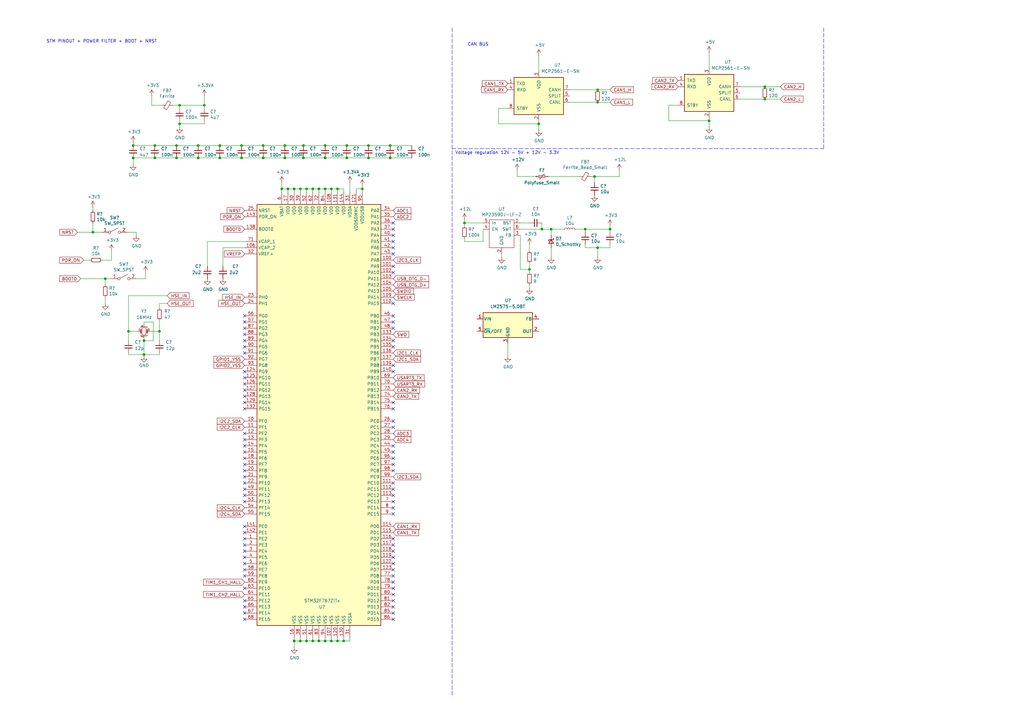
<source format=kicad_sch>
(kicad_sch (version 20211123) (generator eeschema)
  (paper "A3")
  (title_block (title "PGR TELEMETRY PRIME") (date "2022-01-15") (rev "V1.0") (company "Patryk Czapran"))
  (lib_symbols
    (symbol "Device:C_Small" (pin_numbers hide) (pin_names (offset 0.254) hide)
      (property "Reference" "C" (at 0.254 1.778 0))
      (property "Value" "C_Small" (at 0.254 -2.032 0))
      (symbol "C_Small_1_1"
        (pin passive line (at 0 2.54 270) (length 2.032) (name "~") (number "1"))
        (pin passive line (at 0 -2.54 90) (length 2.032) (name "~") (number "2"))
      )
    )
    (symbol "Device:Crystal_GND24_Small" (pin_names (offset 1.016) hide)
      (property "Reference" "Y" (at 1.27 4.445 0))
      (property "Value" "Crystal_GND24_Small" (at 1.27 2.54 0))
      (symbol "Crystal_GND24_Small_1_1"
        (pin passive line (at -2.54 0 0) (length 1.27) (name "1") (number "1"))
        (pin passive line (at 0 -2.54 90) (length 0.635) (name "2") (number "2"))
        (pin passive line (at 2.54 0 180) (length 1.27) (name "3") (number "3"))
        (pin passive line (at 0 2.54 270) (length 0.635) (name "4") (number "4"))
      )
    )
    (symbol "Device:D_Schottky_Small" (pin_numbers hide) (pin_names (offset 0.254) hide)
      (property "Reference" "D" (at -1.27 2.032 0))
      (property "Value" "D_Schottky_Small" (at -7.112 -2.032 0))
      (symbol "D_Schottky_Small_1_1"
        (pin passive line (at -2.54 0 0) (length 1.778) (name "K") (number "1"))
        (pin passive line (at 2.54 0 180) (length 1.778) (name "A") (number "2"))
      )
    )
    (symbol "Device:Ferrite_Bead_Small" (pin_numbers hide) (pin_names (offset 0))
      (property "Reference" "FB" (at 1.905 1.27 0))
      (property "Value" "Device_Ferrite_Bead_Small" (at 1.905 -1.27 0))
      (symbol "Ferrite_Bead_Small_1_1"
        (pin passive line (at 0 2.54 270) (length 1.27) (name "~") (number "1"))
        (pin passive line (at 0 -2.54 90) (length 1.27) (name "~") (number "2"))
      )
    )
    (symbol "Device:L_Small" (pin_numbers hide) (pin_names (offset 0.254) hide)
      (property "Reference" "L" (at 0.762 1.016 0))
      (property "Value" "L_Small" (at 0.762 -1.016 0))
      (symbol "L_Small_1_1"
        (pin passive line (at 0 2.54 270) (length 0.508) (name "~") (number "1"))
        (pin passive line (at 0 -2.54 90) (length 0.508) (name "~") (number "2"))
      )
    )
    (symbol "Device:Polyfuse_Small" (pin_numbers hide) (pin_names (offset 0))
      (property "Reference" "F" (at -1.905 0 90))
      (property "Value" "Polyfuse_Small" (at 1.905 0 90))
      (symbol "Polyfuse_Small_1_1"
        (pin passive line (at 0 2.54 270) (length 0.635) (name "~") (number "1"))
        (pin passive line (at 0 -2.54 90) (length 0.635) (name "~") (number "2"))
      )
    )
    (symbol "Device:R_Small" (pin_numbers hide) (pin_names (offset 0.254) hide)
      (property "Reference" "R" (at 0.762 0.508 0))
      (property "Value" "R_Small" (at 0.762 -1.016 0))
      (symbol "R_Small_1_1"
        (pin passive line (at 0 2.54 270) (length 0.762) (name "~") (number "1"))
        (pin passive line (at 0 -2.54 90) (length 0.762) (name "~") (number "2"))
      )
    )
    (symbol "Interface_CAN_LIN:MCP2561-E-SN" (pin_names (offset 1.016))
      (property "Reference" "U" (at -10.16 8.89 0))
      (property "Value" "MCP2561-E-SN" (at 2.54 8.89 0))
      (symbol "MCP2561-E-SN_1_1"
        (pin input line (at -12.7 5.08 0) (length 2.54) (name "TXD") (number "1"))
        (pin power_in line (at 0 -10.16 90) (length 2.54) (name "VSS") (number "2"))
        (pin power_in line (at 0 10.16 270) (length 2.54) (name "VDD") (number "3"))
        (pin output line (at -12.7 2.54 0) (length 2.54) (name "RXD") (number "4"))
        (pin passive line (at 12.7 0 180) (length 2.54) (name "SPLIT") (number "5"))
        (pin bidirectional line (at 12.7 -2.54 180) (length 2.54) (name "CANL") (number "6"))
        (pin bidirectional line (at 12.7 2.54 180) (length 2.54) (name "CANH") (number "7"))
        (pin input line (at -12.7 -5.08 0) (length 2.54) (name "STBY") (number "8"))
      )
    )
    (symbol "MCU_ST_STM32F7:STM32F767ZITx"
      (property "Reference" "U" (at -25.4 87.63 0))
      (property "Value" "STM32F767ZITx" (at 20.32 87.63 0))
      (symbol "STM32F767ZITx_1_1"
        (pin bidirectional line (at -30.48 -50.8 0) (length 5.08) (name "PE2") (number "1"))
        (pin bidirectional line (at -30.48 -2.54 0) (length 5.08) (name "PF0") (number "10"))
        (pin bidirectional line (at 30.48 63.5 180) (length 5.08) (name "PA8") (number "100"))
        (pin bidirectional line (at 30.48 60.96 180) (length 5.08) (name "PA9") (number "101"))
        (pin bidirectional line (at 30.48 58.42 180) (length 5.08) (name "PA10") (number "102"))
        (pin bidirectional line (at 30.48 55.88 180) (length 5.08) (name "PA11") (number "103"))
        (pin bidirectional line (at 30.48 53.34 180) (length 5.08) (name "PA12") (number "104"))
        (pin bidirectional line (at 30.48 50.8 180) (length 5.08) (name "PA13") (number "105"))
        (pin power_in line (at -30.48 68.58 0) (length 5.08) (name "VCAP_2") (number "106"))
        (pin power_in line (at 5.08 -91.44 90) (length 5.08) (name "VSS") (number "107"))
        (pin power_in line (at 5.08 91.44 270) (length 5.08) (name "VDD") (number "108"))
        (pin bidirectional line (at 30.48 48.26 180) (length 5.08) (name "PA14") (number "109"))
        (pin bidirectional line (at -30.48 -5.08 0) (length 5.08) (name "PF1") (number "11"))
        (pin bidirectional line (at 30.48 45.72 180) (length 5.08) (name "PA15") (number "110"))
        (pin bidirectional line (at 30.48 -27.94 180) (length 5.08) (name "PC10") (number "111"))
        (pin bidirectional line (at 30.48 -30.48 180) (length 5.08) (name "PC11") (number "112"))
        (pin bidirectional line (at 30.48 -33.02 180) (length 5.08) (name "PC12") (number "113"))
        (pin bidirectional line (at 30.48 -45.72 180) (length 5.08) (name "PD0") (number "114"))
        (pin bidirectional line (at 30.48 -48.26 180) (length 5.08) (name "PD1") (number "115"))
        (pin bidirectional line (at 30.48 -50.8 180) (length 5.08) (name "PD2") (number "116"))
        (pin bidirectional line (at 30.48 -53.34 180) (length 5.08) (name "PD3") (number "117"))
        (pin bidirectional line (at 30.48 -55.88 180) (length 5.08) (name "PD4") (number "118"))
        (pin bidirectional line (at 30.48 -58.42 180) (length 5.08) (name "PD5") (number "119"))
        (pin bidirectional line (at -30.48 -7.62 0) (length 5.08) (name "PF2") (number "12"))
        (pin power_in line (at 7.62 -91.44 90) (length 5.08) (name "VSS") (number "120"))
        (pin power_in line (at 15.24 91.44 270) (length 5.08) (name "VDDSDMMC") (number "121"))
        (pin bidirectional line (at 30.48 -60.96 180) (length 5.08) (name "PD6") (number "122"))
        (pin bidirectional line (at 30.48 -63.5 180) (length 5.08) (name "PD7") (number "123"))
        (pin bidirectional line (at -30.48 17.78 0) (length 5.08) (name "PG9") (number "124"))
        (pin bidirectional line (at -30.48 15.24 0) (length 5.08) (name "PG10") (number "125"))
        (pin bidirectional line (at -30.48 12.7 0) (length 5.08) (name "PG11") (number "126"))
        (pin bidirectional line (at -30.48 10.16 0) (length 5.08) (name "PG12") (number "127"))
        (pin bidirectional line (at -30.48 7.62 0) (length 5.08) (name "PG13") (number "128"))
        (pin bidirectional line (at -30.48 5.08 0) (length 5.08) (name "PG14") (number "129"))
        (pin bidirectional line (at -30.48 -10.16 0) (length 5.08) (name "PF3") (number "13"))
        (pin power_in line (at 10.16 -91.44 90) (length 5.08) (name "VSS") (number "130"))
        (pin power_in line (at 7.62 91.44 270) (length 5.08) (name "VDD") (number "131"))
        (pin bidirectional line (at -30.48 2.54 0) (length 5.08) (name "PG15") (number "132"))
        (pin bidirectional line (at 30.48 33.02 180) (length 5.08) (name "PB3") (number "133"))
        (pin bidirectional line (at 30.48 30.48 180) (length 5.08) (name "PB4") (number "134"))
        (pin bidirectional line (at 30.48 27.94 180) (length 5.08) (name "PB5") (number "135"))
        (pin bidirectional line (at 30.48 25.4 180) (length 5.08) (name "PB6") (number "136"))
        (pin bidirectional line (at 30.48 22.86 180) (length 5.08) (name "PB7") (number "137"))
        (pin input line (at -30.48 76.2 0) (length 5.08) (name "BOOT0") (number "138"))
        (pin bidirectional line (at 30.48 20.32 180) (length 5.08) (name "PB8") (number "139"))
        (pin bidirectional line (at -30.48 -12.7 0) (length 5.08) (name "PF4") (number "14"))
        (pin bidirectional line (at 30.48 17.78 180) (length 5.08) (name "PB9") (number "140"))
        (pin bidirectional line (at -30.48 -45.72 0) (length 5.08) (name "PE0") (number "141"))
        (pin bidirectional line (at -30.48 -48.26 0) (length 5.08) (name "PE1") (number "142"))
        (pin input line (at -30.48 81.28 0) (length 5.08) (name "PDR_ON") (number "143"))
        (pin power_in line (at 10.16 91.44 270) (length 5.08) (name "VDD") (number "144"))
        (pin bidirectional line (at -30.48 -15.24 0) (length 5.08) (name "PF5") (number "15"))
        (pin power_in line (at -10.16 -91.44 90) (length 5.08) (name "VSS") (number "16"))
        (pin power_in line (at -12.7 91.44 270) (length 5.08) (name "VDD") (number "17"))
        (pin bidirectional line (at -30.48 -17.78 0) (length 5.08) (name "PF6") (number "18"))
        (pin bidirectional line (at -30.48 -20.32 0) (length 5.08) (name "PF7") (number "19"))
        (pin bidirectional line (at -30.48 -53.34 0) (length 5.08) (name "PE3") (number "2"))
        (pin bidirectional line (at -30.48 -22.86 0) (length 5.08) (name "PF8") (number "20"))
        (pin bidirectional line (at -30.48 -25.4 0) (length 5.08) (name "PF9") (number "21"))
        (pin bidirectional line (at -30.48 -27.94 0) (length 5.08) (name "PF10") (number "22"))
        (pin input line (at -30.48 48.26 0) (length 5.08) (name "PH0") (number "23"))
        (pin input line (at -30.48 45.72 0) (length 5.08) (name "PH1") (number "24"))
        (pin input line (at -30.48 83.82 0) (length 5.08) (name "NRST") (number "25"))
        (pin bidirectional line (at 30.48 -2.54 180) (length 5.08) (name "PC0") (number "26"))
        (pin bidirectional line (at 30.48 -5.08 180) (length 5.08) (name "PC1") (number "27"))
        (pin bidirectional line (at 30.48 -7.62 180) (length 5.08) (name "PC2") (number "28"))
        (pin bidirectional line (at 30.48 -10.16 180) (length 5.08) (name "PC3") (number "29"))
        (pin bidirectional line (at -30.48 -55.88 0) (length 5.08) (name "PE4") (number "3"))
        (pin power_in line (at -10.16 91.44 270) (length 5.08) (name "VDD") (number "30"))
        (pin power_in line (at 12.7 -91.44 90) (length 5.08) (name "VSSA") (number "31"))
        (pin power_in line (at -30.48 66.04 0) (length 5.08) (name "VREF+") (number "32"))
        (pin power_in line (at 12.7 91.44 270) (length 5.08) (name "VDDA") (number "33"))
        (pin bidirectional line (at 30.48 83.82 180) (length 5.08) (name "PA0") (number "34"))
        (pin bidirectional line (at 30.48 81.28 180) (length 5.08) (name "PA1") (number "35"))
        (pin bidirectional line (at 30.48 78.74 180) (length 5.08) (name "PA2") (number "36"))
        (pin bidirectional line (at 30.48 76.2 180) (length 5.08) (name "PA3") (number "37"))
        (pin power_in line (at -7.62 -91.44 90) (length 5.08) (name "VSS") (number "38"))
        (pin power_in line (at -7.62 91.44 270) (length 5.08) (name "VDD") (number "39"))
        (pin bidirectional line (at -30.48 -58.42 0) (length 5.08) (name "PE5") (number "4"))
        (pin bidirectional line (at 30.48 73.66 180) (length 5.08) (name "PA4") (number "40"))
        (pin bidirectional line (at 30.48 71.12 180) (length 5.08) (name "PA5") (number "41"))
        (pin bidirectional line (at 30.48 68.58 180) (length 5.08) (name "PA6") (number "42"))
        (pin bidirectional line (at 30.48 66.04 180) (length 5.08) (name "PA7") (number "43"))
        (pin bidirectional line (at 30.48 -12.7 180) (length 5.08) (name "PC4") (number "44"))
        (pin bidirectional line (at 30.48 -15.24 180) (length 5.08) (name "PC5") (number "45"))
        (pin bidirectional line (at 30.48 40.64 180) (length 5.08) (name "PB0") (number "46"))
        (pin bidirectional line (at 30.48 38.1 180) (length 5.08) (name "PB1") (number "47"))
        (pin bidirectional line (at 30.48 35.56 180) (length 5.08) (name "PB2") (number "48"))
        (pin bidirectional line (at -30.48 -30.48 0) (length 5.08) (name "PF11") (number "49"))
        (pin bidirectional line (at -30.48 -60.96 0) (length 5.08) (name "PE6") (number "5"))
        (pin bidirectional line (at -30.48 -33.02 0) (length 5.08) (name "PF12") (number "50"))
        (pin power_in line (at -5.08 -91.44 90) (length 5.08) (name "VSS") (number "51"))
        (pin power_in line (at -5.08 91.44 270) (length 5.08) (name "VDD") (number "52"))
        (pin bidirectional line (at -30.48 -35.56 0) (length 5.08) (name "PF13") (number "53"))
        (pin bidirectional line (at -30.48 -38.1 0) (length 5.08) (name "PF14") (number "54"))
        (pin bidirectional line (at -30.48 -40.64 0) (length 5.08) (name "PF15") (number "55"))
        (pin bidirectional line (at -30.48 40.64 0) (length 5.08) (name "PG0") (number "56"))
        (pin bidirectional line (at -30.48 38.1 0) (length 5.08) (name "PG1") (number "57"))
        (pin bidirectional line (at -30.48 -63.5 0) (length 5.08) (name "PE7") (number "58"))
        (pin bidirectional line (at -30.48 -66.04 0) (length 5.08) (name "PE8") (number "59"))
        (pin power_in line (at -15.24 91.44 270) (length 5.08) (name "VBAT") (number "6"))
        (pin bidirectional line (at -30.48 -68.58 0) (length 5.08) (name "PE9") (number "60"))
        (pin power_in line (at -2.54 -91.44 90) (length 5.08) (name "VSS") (number "61"))
        (pin power_in line (at -2.54 91.44 270) (length 5.08) (name "VDD") (number "62"))
        (pin bidirectional line (at -30.48 -71.12 0) (length 5.08) (name "PE10") (number "63"))
        (pin bidirectional line (at -30.48 -73.66 0) (length 5.08) (name "PE11") (number "64"))
        (pin bidirectional line (at -30.48 -76.2 0) (length 5.08) (name "PE12") (number "65"))
        (pin bidirectional line (at -30.48 -78.74 0) (length 5.08) (name "PE13") (number "66"))
        (pin bidirectional line (at -30.48 -81.28 0) (length 5.08) (name "PE14") (number "67"))
        (pin bidirectional line (at -30.48 -83.82 0) (length 5.08) (name "PE15") (number "68"))
        (pin bidirectional line (at 30.48 15.24 180) (length 5.08) (name "PB10") (number "69"))
        (pin bidirectional line (at 30.48 -35.56 180) (length 5.08) (name "PC13") (number "7"))
        (pin bidirectional line (at 30.48 12.7 180) (length 5.08) (name "PB11") (number "70"))
        (pin power_in line (at -30.48 71.12 0) (length 5.08) (name "VCAP_1") (number "71"))
        (pin power_in line (at 0 91.44 270) (length 5.08) (name "VDD") (number "72"))
        (pin bidirectional line (at 30.48 10.16 180) (length 5.08) (name "PB12") (number "73"))
        (pin bidirectional line (at 30.48 7.62 180) (length 5.08) (name "PB13") (number "74"))
        (pin bidirectional line (at 30.48 5.08 180) (length 5.08) (name "PB14") (number "75"))
        (pin bidirectional line (at 30.48 2.54 180) (length 5.08) (name "PB15") (number "76"))
        (pin bidirectional line (at 30.48 -66.04 180) (length 5.08) (name "PD8") (number "77"))
        (pin bidirectional line (at 30.48 -68.58 180) (length 5.08) (name "PD9") (number "78"))
        (pin bidirectional line (at 30.48 -71.12 180) (length 5.08) (name "PD10") (number "79"))
        (pin bidirectional line (at 30.48 -38.1 180) (length 5.08) (name "PC14") (number "8"))
        (pin bidirectional line (at 30.48 -73.66 180) (length 5.08) (name "PD11") (number "80"))
        (pin bidirectional line (at 30.48 -76.2 180) (length 5.08) (name "PD12") (number "81"))
        (pin bidirectional line (at 30.48 -78.74 180) (length 5.08) (name "PD13") (number "82"))
        (pin power_in line (at 0 -91.44 90) (length 5.08) (name "VSS") (number "83"))
        (pin power_in line (at 2.54 91.44 270) (length 5.08) (name "VDD") (number "84"))
        (pin bidirectional line (at 30.48 -81.28 180) (length 5.08) (name "PD14") (number "85"))
        (pin bidirectional line (at 30.48 -83.82 180) (length 5.08) (name "PD15") (number "86"))
        (pin bidirectional line (at -30.48 35.56 0) (length 5.08) (name "PG2") (number "87"))
        (pin bidirectional line (at -30.48 33.02 0) (length 5.08) (name "PG3") (number "88"))
        (pin bidirectional line (at -30.48 30.48 0) (length 5.08) (name "PG4") (number "89"))
        (pin bidirectional line (at 30.48 -40.64 180) (length 5.08) (name "PC15") (number "9"))
        (pin bidirectional line (at -30.48 27.94 0) (length 5.08) (name "PG5") (number "90"))
        (pin bidirectional line (at -30.48 25.4 0) (length 5.08) (name "PG6") (number "91"))
        (pin bidirectional line (at -30.48 22.86 0) (length 5.08) (name "PG7") (number "92"))
        (pin bidirectional line (at -30.48 20.32 0) (length 5.08) (name "PG8") (number "93"))
        (pin power_in line (at 2.54 -91.44 90) (length 5.08) (name "VSS") (number "94"))
        (pin power_in line (at 17.78 91.44 270) (length 5.08) (name "VDDUSB") (number "95"))
        (pin bidirectional line (at 30.48 -17.78 180) (length 5.08) (name "PC6") (number "96"))
        (pin bidirectional line (at 30.48 -20.32 180) (length 5.08) (name "PC7") (number "97"))
        (pin bidirectional line (at 30.48 -22.86 180) (length 5.08) (name "PC8") (number "98"))
        (pin bidirectional line (at 30.48 -25.4 180) (length 5.08) (name "PC9") (number "99"))
      )
    )
    (symbol "PatrykCzapran:MP2359DJ-LF-Z" (pin_names (offset 1.016))
      (property "Reference" "U" (at 0 7.62 0))
      (property "Value" "PatrykCzapran_MP2359DJ-LF-Z" (at 0 5.08 0))
      (symbol "MP2359DJ-LF-Z_1_1"
        (pin input line (at 10.16 1.27 180) (length 2.54) (name "BST") (number "1"))
        (pin output line (at 2.54 -11.43 90) (length 2.54) (name "GND") (number "2"))
        (pin output line (at 10.16 -3.81 180) (length 2.54) (name "FB") (number "3"))
        (pin input line (at -5.08 -1.27 0) (length 2.54) (name "EN") (number "4"))
        (pin input line (at -5.08 1.27 0) (length 2.54) (name "In") (number "5"))
        (pin output line (at 10.16 -1.27 180) (length 2.54) (name "SWT") (number "6"))
      )
    )
    (symbol "Regulator_Switching:LM2575-5.0BT" (pin_names (offset 0.254))
      (property "Reference" "U" (at -10.16 6.35 0))
      (property "Value" "LM2575-5.0BT" (at 0 6.35 0))
      (symbol "LM2575-5.0BT_1_1"
        (pin power_in line (at -12.7 2.54 0) (length 2.54) (name "VIN") (number "1"))
        (pin output line (at 12.7 -2.54 180) (length 2.54) (name "OUT") (number "2"))
        (pin power_in line (at 0 -7.62 90) (length 2.54) (name "GND") (number "3"))
        (pin input line (at 12.7 2.54 180) (length 2.54) (name "FB") (number "4"))
        (pin input line (at -12.7 -2.54 0) (length 2.54) (name "~{ON}/OFF") (number "5"))
      )
    )
    (symbol "Switch:SW_SPST" (pin_names (offset 0) hide)
      (property "Reference" "SW" (at 0 3.175 0))
      (property "Value" "SW_SPST" (at 0 -2.54 0))
      (symbol "SW_SPST_1_1"
        (pin passive line (at -5.08 0 0) (length 2.54) (name "A") (number "1"))
        (pin passive line (at 5.08 0 180) (length 2.54) (name "B") (number "2"))
      )
    )
    (symbol "power:+12L" (power) (pin_names (offset 0))
      (property "Value" "+12L" (at 0 3.556 0))
      (symbol "+12L_1_1"
        (pin power_in line (at 0 0 90) (length 0) hide (name "+12L") (number "1"))
      )
    )
    (symbol "power:+12V" (power) (pin_names (offset 0))
      (property "Value" "+12V" (at 0 3.556 0))
      (symbol "+12V_1_1"
        (pin power_in line (at 0 0 90) (length 0) hide (name "+12V") (number "1"))
      )
    )
    (symbol "power:+3.3V" (power) (pin_names (offset 0))
      (property "Value" "+3.3V" (at 0 3.556 0))
      (symbol "+3.3V_1_1"
        (pin power_in line (at 0 0 90) (length 0) hide (name "+3V3") (number "1"))
      )
    )
    (symbol "power:+3.3VA" (power) (pin_names (offset 0))
      (property "Value" "+3.3VA" (at 0 3.556 0))
      (symbol "+3.3VA_1_1"
        (pin power_in line (at 0 0 90) (length 0) hide (name "+3.3VA") (number "1"))
      )
    )
    (symbol "power:+5V" (power) (pin_names (offset 0))
      (property "Value" "+5V" (at 0 3.556 0))
      (symbol "+5V_1_1"
        (pin power_in line (at 0 0 90) (length 0) hide (name "+5V") (number "1"))
      )
    )
    (symbol "power:GND" (power) (pin_names (offset 0))
      (property "Value" "GND" (at 0 -3.81 0))
      (symbol "GND_1_1"
        (pin power_in line (at 0 0 270) (length 0) hide (name "GND") (number "1"))
      )
    )
  )
  (junction (at 116.84 59.69))
  (junction (at 63.5 64.77))
  (junction (at 54.61 59.69))
  (junction (at 148.59 77.47))
  (junction (at 160.02 64.77))
  (junction (at 217.17 110.49))
  (junction (at 107.95 64.77))
  (junction (at 250.19 93.98))
  (junction (at 128.27 262.89))
  (junction (at 133.35 64.77))
  (junction (at 160.02 59.69))
  (junction (at 124.46 59.69))
  (junction (at 43.18 114.3))
  (junction (at 142.24 64.77))
  (junction (at 65.405 135.89))
  (junction (at 135.89 262.89))
  (junction (at 107.95 59.69))
  (junction (at 38.1 95.25))
  (junction (at 125.73 262.89))
  (junction (at 130.81 77.47))
  (junction (at 63.5 59.69))
  (junction (at 123.19 77.47))
  (junction (at 243.84 72.39))
  (junction (at 140.97 262.89))
  (junction (at 240.03 93.98))
  (junction (at 99.06 64.77))
  (junction (at 142.24 59.69))
  (junction (at 220.98 50.8))
  (junction (at 123.19 262.89))
  (junction (at 138.43 262.89))
  (junction (at 81.28 64.77))
  (junction (at 120.65 77.47))
  (junction (at 133.35 59.69))
  (junction (at 124.46 64.77))
  (junction (at 290.83 49.53))
  (junction (at 133.35 77.47))
  (junction (at 128.27 77.47))
  (junction (at 118.11 77.47))
  (junction (at 72.39 64.77))
  (junction (at 120.65 262.89))
  (junction (at 72.39 59.69))
  (junction (at 226.06 93.98))
  (junction (at 52.705 135.89))
  (junction (at 190.5 91.44))
  (junction (at 222.25 93.98))
  (junction (at 130.81 262.89))
  (junction (at 135.89 77.47))
  (junction (at 73.66 43.18))
  (junction (at 138.43 77.47))
  (junction (at 81.28 59.69))
  (junction (at 151.13 59.69))
  (junction (at 99.06 59.69))
  (junction (at 115.57 77.47))
  (junction (at 54.61 64.77))
  (junction (at 313.69 40.64))
  (junction (at 73.66 50.8))
  (junction (at 83.82 43.18))
  (junction (at 245.11 36.83))
  (junction (at 59.055 139.7))
  (junction (at 245.11 101.6))
  (junction (at 133.35 262.89))
  (junction (at 116.84 64.77))
  (junction (at 59.055 145.415))
  (junction (at 313.69 35.56))
  (junction (at 125.73 77.47))
  (junction (at 151.13 64.77))
  (junction (at 90.17 59.69))
  (junction (at 245.11 41.91))
  (junction (at 90.17 64.77))
  (no_connect (at 161.29 205.74))
  (no_connect (at 161.29 208.28))
  (no_connect (at 161.29 210.82))
  (no_connect (at 161.29 220.98))
  (no_connect (at 161.29 223.52))
  (no_connect (at 161.29 226.06))
  (no_connect (at 161.29 228.6))
  (no_connect (at 161.29 231.14))
  (no_connect (at 161.29 233.68))
  (no_connect (at 161.29 236.22))
  (no_connect (at 161.29 238.76))
  (no_connect (at 161.29 185.42))
  (no_connect (at 161.29 187.96))
  (no_connect (at 161.29 190.5))
  (no_connect (at 161.29 193.04))
  (no_connect (at 161.29 198.12))
  (no_connect (at 161.29 200.66))
  (no_connect (at 161.29 203.2))
  (no_connect (at 100.33 167.64))
  (no_connect (at 100.33 165.1))
  (no_connect (at 100.33 162.56))
  (no_connect (at 100.33 160.02))
  (no_connect (at 100.33 157.48))
  (no_connect (at 100.33 154.94))
  (no_connect (at 100.33 152.4))
  (no_connect (at 100.33 254))
  (no_connect (at 100.33 251.46))
  (no_connect (at 100.33 248.92))
  (no_connect (at 100.33 246.38))
  (no_connect (at 161.29 251.46))
  (no_connect (at 161.29 254))
  (no_connect (at 161.29 241.3))
  (no_connect (at 161.29 243.84))
  (no_connect (at 161.29 246.38))
  (no_connect (at 161.29 248.92))
  (no_connect (at 100.33 218.44))
  (no_connect (at 100.33 215.9))
  (no_connect (at 100.33 241.3))
  (no_connect (at 100.33 236.22))
  (no_connect (at 100.33 233.68))
  (no_connect (at 100.33 231.14))
  (no_connect (at 100.33 228.6))
  (no_connect (at 100.33 226.06))
  (no_connect (at 100.33 223.52))
  (no_connect (at 100.33 220.98))
  (no_connect (at 100.33 205.74))
  (no_connect (at 100.33 203.2))
  (no_connect (at 100.33 200.66))
  (no_connect (at 100.33 198.12))
  (no_connect (at 100.33 195.58))
  (no_connect (at 100.33 193.04))
  (no_connect (at 100.33 190.5))
  (no_connect (at 100.33 187.96))
  (no_connect (at 100.33 185.42))
  (no_connect (at 100.33 182.88))
  (no_connect (at 100.33 180.34))
  (no_connect (at 100.33 177.8))
  (no_connect (at 100.33 144.78))
  (no_connect (at 100.33 142.24))
  (no_connect (at 100.33 139.7))
  (no_connect (at 100.33 137.16))
  (no_connect (at 100.33 134.62))
  (no_connect (at 100.33 132.08))
  (no_connect (at 100.33 129.54))
  (no_connect (at 161.29 124.46))
  (no_connect (at 161.29 152.4))
  (no_connect (at 161.29 165.1))
  (no_connect (at 161.29 167.64))
  (no_connect (at 161.29 172.72))
  (no_connect (at 161.29 175.26))
  (no_connect (at 161.29 139.7))
  (no_connect (at 161.29 142.24))
  (no_connect (at 161.29 149.86))
  (no_connect (at 161.29 129.54))
  (no_connect (at 161.29 132.08))
  (no_connect (at 161.29 134.62))
  (no_connect (at 161.29 182.88))
  (no_connect (at 161.29 91.44))
  (no_connect (at 161.29 93.98))
  (no_connect (at 161.29 96.52))
  (no_connect (at 161.29 99.06))
  (no_connect (at 161.29 101.6))
  (no_connect (at 161.29 104.14))
  (no_connect (at 161.29 109.22))
  (no_connect (at 161.29 111.76))
  (wire (pts (xy 55.88 95.25) (xy 55.88 96.52)))
  (wire (pts (xy 274.32 43.18) (xy 278.13 43.18)))
  (wire (pts (xy 133.35 77.47) (xy 135.89 77.47)))
  (wire (pts (xy 217.17 110.49) (xy 213.36 110.49)))
  (wire (pts (xy 148.59 77.47) (xy 148.59 78.74)))
  (wire (pts (xy 133.35 262.89) (xy 135.89 262.89)))
  (wire (pts (xy 222.25 91.44) (xy 222.25 93.98)))
  (wire (pts (xy 125.73 77.47) (xy 128.27 77.47)))
  (wire (pts (xy 73.66 43.18) (xy 83.82 43.18)))
  (wire (pts (xy 190.5 91.44) (xy 198.12 91.44)))
  (wire (pts (xy 125.73 262.89) (xy 128.27 262.89)))
  (wire (pts (xy 138.43 77.47) (xy 140.97 77.47)))
  (wire (pts (xy 128.27 262.89) (xy 128.27 261.62)))
  (polyline (pts (xy 185.42 11.43) (xy 185.42 285.75)))
  (wire (pts (xy 59.055 139.7) (xy 59.055 145.415)))
  (wire (pts (xy 133.35 64.77) (xy 142.24 64.77)))
  (wire (pts (xy 38.1 95.25) (xy 41.91 95.25)))
  (wire (pts (xy 83.82 44.45) (xy 83.82 43.18)))
  (wire (pts (xy 130.81 77.47) (xy 133.35 77.47)))
  (wire (pts (xy 99.06 64.77) (xy 107.95 64.77)))
  (wire (pts (xy 243.84 72.39) (xy 243.84 74.93)))
  (wire (pts (xy 73.66 44.45) (xy 73.66 43.18)))
  (wire (pts (xy 120.65 265.43) (xy 120.65 262.89)))
  (wire (pts (xy 240.03 100.33) (xy 240.03 101.6)))
  (wire (pts (xy 190.5 90.17) (xy 190.5 91.44)))
  (wire (pts (xy 120.65 262.89) (xy 123.19 262.89)))
  (wire (pts (xy 130.81 262.89) (xy 130.81 261.62)))
  (wire (pts (xy 198.12 93.98) (xy 198.12 99.06)))
  (wire (pts (xy 226.06 101.6) (xy 226.06 105.41)))
  (wire (pts (xy 52.705 135.89) (xy 56.515 135.89)))
  (wire (pts (xy 138.43 262.89) (xy 138.43 261.62)))
  (polyline (pts (xy 337.82 60.96) (xy 337.82 11.43)))
  (wire (pts (xy 63.5 59.69) (xy 72.39 59.69)))
  (wire (pts (xy 213.36 91.44) (xy 217.17 91.44)))
  (wire (pts (xy 128.27 262.89) (xy 130.81 262.89)))
  (wire (pts (xy 250.19 93.98) (xy 250.19 95.25)))
  (wire (pts (xy 208.28 140.97) (xy 208.28 146.05)))
  (wire (pts (xy 52.705 121.285) (xy 68.58 121.285)))
  (wire (pts (xy 250.19 101.6) (xy 250.19 100.33)))
  (wire (pts (xy 148.59 76.2) (xy 148.59 77.47)))
  (wire (pts (xy 59.055 145.415) (xy 65.405 145.415)))
  (wire (pts (xy 250.19 92.71) (xy 250.19 93.98)))
  (wire (pts (xy 313.69 35.56) (xy 320.04 35.56)))
  (wire (pts (xy 65.405 145.415) (xy 65.405 144.78)))
  (wire (pts (xy 83.82 43.18) (xy 83.82 39.37)))
  (wire (pts (xy 128.27 77.47) (xy 128.27 78.74)))
  (wire (pts (xy 61.595 135.89) (xy 65.405 135.89)))
  (wire (pts (xy 65.405 124.46) (xy 65.405 126.365)))
  (wire (pts (xy 54.61 59.69) (xy 63.5 59.69)))
  (wire (pts (xy 217.17 118.11) (xy 217.17 116.84)))
  (wire (pts (xy 62.865 132.08) (xy 62.865 139.7)))
  (wire (pts (xy 204.47 44.45) (xy 208.28 44.45)))
  (wire (pts (xy 226.06 93.98) (xy 226.06 96.52)))
  (wire (pts (xy 59.055 146.05) (xy 59.055 145.415)))
  (wire (pts (xy 224.79 72.39) (xy 237.49 72.39)))
  (wire (pts (xy 140.97 262.89) (xy 143.51 262.89)))
  (wire (pts (xy 128.27 77.47) (xy 130.81 77.47)))
  (wire (pts (xy 123.19 262.89) (xy 125.73 262.89)))
  (wire (pts (xy 245.11 101.6) (xy 245.11 105.41)))
  (wire (pts (xy 242.57 72.39) (xy 243.84 72.39)))
  (wire (pts (xy 217.17 110.49) (xy 217.17 111.76)))
  (wire (pts (xy 220.98 50.8) (xy 204.47 50.8)))
  (wire (pts (xy 135.89 262.89) (xy 138.43 262.89)))
  (wire (pts (xy 115.57 77.47) (xy 115.57 74.93)))
  (wire (pts (xy 52.705 121.285) (xy 52.705 135.89)))
  (wire (pts (xy 54.61 58.42) (xy 54.61 59.69)))
  (wire (pts (xy 160.02 64.77) (xy 168.91 64.77)))
  (wire (pts (xy 83.82 49.53) (xy 83.82 50.8)))
  (wire (pts (xy 151.13 59.69) (xy 160.02 59.69)))
  (wire (pts (xy 303.53 40.64) (xy 313.69 40.64)))
  (wire (pts (xy 120.65 77.47) (xy 123.19 77.47)))
  (wire (pts (xy 38.1 86.36) (xy 38.1 85.09)))
  (wire (pts (xy 59.69 114.3) (xy 59.69 111.76)))
  (wire (pts (xy 222.25 93.98) (xy 226.06 93.98)))
  (wire (pts (xy 217.17 102.87) (xy 217.17 100.33)))
  (wire (pts (xy 274.32 49.53) (xy 274.32 43.18)))
  (wire (pts (xy 138.43 77.47) (xy 138.43 78.74)))
  (wire (pts (xy 125.73 77.47) (xy 125.73 78.74)))
  (wire (pts (xy 233.68 41.91) (xy 245.11 41.91)))
  (wire (pts (xy 54.61 67.31) (xy 54.61 64.77)))
  (wire (pts (xy 52.705 145.415) (xy 52.705 144.78)))
  (wire (pts (xy 290.83 27.94) (xy 290.83 21.59)))
  (wire (pts (xy 133.35 59.69) (xy 142.24 59.69)))
  (wire (pts (xy 217.17 107.95) (xy 217.17 110.49)))
  (wire (pts (xy 120.65 262.89) (xy 120.65 261.62)))
  (wire (pts (xy 59.055 145.415) (xy 52.705 145.415)))
  (wire (pts (xy 290.83 52.07) (xy 290.83 49.53)))
  (wire (pts (xy 313.69 40.64) (xy 320.04 40.64)))
  (wire (pts (xy 118.11 78.74) (xy 118.11 77.47)))
  (wire (pts (xy 190.5 91.44) (xy 190.5 92.71)))
  (wire (pts (xy 125.73 262.89) (xy 125.73 261.62)))
  (wire (pts (xy 140.97 262.89) (xy 140.97 261.62)))
  (wire (pts (xy 146.05 78.74) (xy 146.05 77.47)))
  (wire (pts (xy 99.06 59.69) (xy 107.95 59.69)))
  (wire (pts (xy 41.91 106.68) (xy 45.72 106.68)))
  (wire (pts (xy 245.11 41.91) (xy 250.19 41.91)))
  (wire (pts (xy 135.89 77.47) (xy 138.43 77.47)))
  (polyline (pts (xy 185.42 60.96) (xy 337.82 60.96)))
  (wire (pts (xy 233.68 36.83) (xy 245.11 36.83)))
  (wire (pts (xy 72.39 59.69) (xy 81.28 59.69)))
  (wire (pts (xy 142.24 64.77) (xy 151.13 64.77)))
  (wire (pts (xy 133.35 262.89) (xy 133.35 261.62)))
  (wire (pts (xy 107.95 59.69) (xy 116.84 59.69)))
  (wire (pts (xy 243.84 72.39) (xy 254 72.39)))
  (wire (pts (xy 220.98 53.34) (xy 220.98 50.8)))
  (wire (pts (xy 140.97 77.47) (xy 140.97 78.74)))
  (wire (pts (xy 83.82 50.8) (xy 73.66 50.8)))
  (wire (pts (xy 62.23 43.18) (xy 62.23 39.37)))
  (wire (pts (xy 123.19 262.89) (xy 123.19 261.62)))
  (wire (pts (xy 107.95 64.77) (xy 116.84 64.77)))
  (wire (pts (xy 240.03 93.98) (xy 250.19 93.98)))
  (wire (pts (xy 204.47 50.8) (xy 204.47 44.45)))
  (wire (pts (xy 303.53 35.56) (xy 313.69 35.56)))
  (wire (pts (xy 52.705 139.7) (xy 52.705 135.89)))
  (wire (pts (xy 219.71 72.39) (xy 212.09 72.39)))
  (wire (pts (xy 120.65 77.47) (xy 120.65 78.74)))
  (wire (pts (xy 100.33 99.06) (xy 85.09 99.06)))
  (wire (pts (xy 160.02 59.69) (xy 168.91 59.69)))
  (wire (pts (xy 90.17 64.77) (xy 99.06 64.77)))
  (wire (pts (xy 133.35 77.47) (xy 133.35 78.74)))
  (wire (pts (xy 190.5 99.06) (xy 190.5 97.79)))
  (wire (pts (xy 54.61 64.77) (xy 63.5 64.77)))
  (wire (pts (xy 138.43 262.89) (xy 140.97 262.89)))
  (wire (pts (xy 72.39 64.77) (xy 81.28 64.77)))
  (wire (pts (xy 245.11 36.83) (xy 250.19 36.83)))
  (wire (pts (xy 118.11 77.47) (xy 120.65 77.47)))
  (wire (pts (xy 90.17 59.69) (xy 99.06 59.69)))
  (wire (pts (xy 220.98 50.8) (xy 220.98 49.53)))
  (wire (pts (xy 31.75 95.25) (xy 38.1 95.25)))
  (wire (pts (xy 55.88 114.3) (xy 59.69 114.3)))
  (wire (pts (xy 71.12 43.18) (xy 73.66 43.18)))
  (wire (pts (xy 130.81 77.47) (xy 130.81 78.74)))
  (wire (pts (xy 38.1 95.25) (xy 38.1 91.44)))
  (wire (pts (xy 245.11 101.6) (xy 250.19 101.6)))
  (wire (pts (xy 143.51 262.89) (xy 143.51 261.62)))
  (wire (pts (xy 254 72.39) (xy 254 69.85)))
  (wire (pts (xy 135.89 77.47) (xy 135.89 78.74)))
  (wire (pts (xy 43.18 116.84) (xy 43.18 114.3)))
  (wire (pts (xy 59.055 133.35) (xy 59.055 132.08)))
  (wire (pts (xy 212.09 72.39) (xy 212.09 69.85)))
  (wire (pts (xy 73.66 50.8) (xy 73.66 49.53)))
  (wire (pts (xy 116.84 59.69) (xy 124.46 59.69)))
  (wire (pts (xy 59.055 132.08) (xy 62.865 132.08)))
  (wire (pts (xy 135.89 262.89) (xy 135.89 261.62)))
  (wire (pts (xy 100.33 101.6) (xy 91.44 101.6)))
  (wire (pts (xy 62.865 139.7) (xy 59.055 139.7)))
  (wire (pts (xy 34.29 106.68) (xy 36.83 106.68)))
  (wire (pts (xy 123.19 77.47) (xy 123.19 78.74)))
  (wire (pts (xy 240.03 93.98) (xy 240.03 95.25)))
  (wire (pts (xy 43.18 124.46) (xy 43.18 121.92)))
  (wire (pts (xy 190.5 99.06) (xy 198.12 99.06)))
  (wire (pts (xy 220.98 29.21) (xy 220.98 22.86)))
  (wire (pts (xy 143.51 74.93) (xy 143.51 78.74)))
  (wire (pts (xy 63.5 64.77) (xy 72.39 64.77)))
  (wire (pts (xy 73.66 52.07) (xy 73.66 50.8)))
  (wire (pts (xy 123.19 77.47) (xy 125.73 77.47)))
  (wire (pts (xy 118.11 77.47) (xy 115.57 77.47)))
  (wire (pts (xy 240.03 101.6) (xy 245.11 101.6)))
  (wire (pts (xy 45.72 102.87) (xy 45.72 106.68)))
  (wire (pts (xy 146.05 77.47) (xy 148.59 77.47)))
  (wire (pts (xy 213.36 96.52) (xy 213.36 110.49)))
  (wire (pts (xy 81.28 64.77) (xy 90.17 64.77)))
  (wire (pts (xy 65.405 131.445) (xy 65.405 135.89)))
  (wire (pts (xy 116.84 64.77) (xy 124.46 64.77)))
  (wire (pts (xy 68.58 124.46) (xy 65.405 124.46)))
  (wire (pts (xy 142.24 59.69) (xy 151.13 59.69)))
  (wire (pts (xy 124.46 64.77) (xy 133.35 64.77)))
  (wire (pts (xy 62.23 43.18) (xy 66.04 43.18)))
  (wire (pts (xy 124.46 59.69) (xy 133.35 59.69)))
  (wire (pts (xy 91.44 101.6) (xy 91.44 109.22)))
  (wire (pts (xy 290.83 49.53) (xy 274.32 49.53)))
  (wire (pts (xy 81.28 59.69) (xy 90.17 59.69)))
  (wire (pts (xy 65.405 139.7) (xy 65.405 135.89)))
  (wire (pts (xy 226.06 93.98) (xy 231.14 93.98)))
  (wire (pts (xy 290.83 49.53) (xy 290.83 48.26)))
  (wire (pts (xy 85.09 99.06) (xy 85.09 109.22)))
  (wire (pts (xy 213.36 93.98) (xy 222.25 93.98)))
  (wire (pts (xy 130.81 262.89) (xy 133.35 262.89)))
  (wire (pts (xy 59.055 138.43) (xy 59.055 139.7)))
  (wire (pts (xy 151.13 64.77) (xy 160.02 64.77)))
  (wire (pts (xy 43.18 114.3) (xy 45.72 114.3)))
  (wire (pts (xy 236.22 93.98) (xy 240.03 93.98)))
  (wire (pts (xy 33.02 114.3) (xy 43.18 114.3)))
  (wire (pts (xy 52.07 95.25) (xy 55.88 95.25)))
  (wire (pts (xy 205.74 105.41) (xy 205.74 104.14)))
  (wire (pts (xy 115.57 78.74) (xy 115.57 77.47)))
  (text "CAN BUS" (at 191.77 19.05 0) (effects (font (size 1.27 1.27)) (justify left bottom)))
  (text "STM PINOUT + POWER FILTER + BOOT + NRST " (at 19.05 17.78 0) (effects (font (size 1.27 1.27)) (justify left bottom)))
  (text "Voltage regulation 12V - 5V + 12V - 3.3V" (at 186.69 63.5 0) (effects (font (size 1.27 1.27)) (justify left bottom)))
  (global_label "BOOT0" (shape input) (at 33.02 114.3 180) (property "Intersheet References" "${INTERSHEET_REFS}" (effects hide)))
  (global_label "HSE_IN" (shape input) (at 100.33 121.92 180) (property "Intersheet References" "${INTERSHEET_REFS}" (effects hide)))
  (global_label "I2C1_SDA" (shape input) (at 161.29 147.32 0) (property "Intersheet References" "${INTERSHEET_REFS}" (effects hide)))
  (global_label "USART3_TX" (shape input) (at 161.29 154.94 0) (property "Intersheet References" "${INTERSHEET_REFS}" (effects hide)))
  (global_label "CAN2_RX" (shape input) (at 278.13 35.56 180) (property "Intersheet References" "${INTERSHEET_REFS}" (effects hide)))
  (global_label "HSE_IN" (shape input) (at 68.58 121.285 0) (property "Intersheet References" "${INTERSHEET_REFS}" (effects hide)))
  (global_label "GPIO1_VSS" (shape input) (at 100.33 147.32 180) (property "Intersheet References" "${INTERSHEET_REFS}" (effects hide)))
  (global_label "HSE_OUT" (shape input) (at 68.58 124.46 0) (property "Intersheet References" "${INTERSHEET_REFS}" (effects hide)))
  (global_label "I2C1_CLK" (shape input) (at 161.29 144.78 0) (property "Intersheet References" "${INTERSHEET_REFS}" (effects hide)))
  (global_label "PDR_ON" (shape input) (at 34.29 106.68 180) (property "Intersheet References" "${INTERSHEET_REFS}" (effects hide)))
  (global_label "VREFP" (shape input) (at 100.33 104.14 180) (property "Intersheet References" "${INTERSHEET_REFS}" (effects hide)))
  (global_label "ADC4" (shape input) (at 161.29 180.34 0) (property "Intersheet References" "${INTERSHEET_REFS}" (effects hide)))
  (global_label "ADC2" (shape input) (at 161.29 88.9 0) (property "Intersheet References" "${INTERSHEET_REFS}" (effects hide)))
  (global_label "I2C4_CLK" (shape input) (at 100.33 208.28 180) (property "Intersheet References" "${INTERSHEET_REFS}" (effects hide)))
  (global_label "CAN1_H" (shape input) (at 250.19 36.83 0) (property "Intersheet References" "${INTERSHEET_REFS}" (effects hide)))
  (global_label "CAN1_TX" (shape input) (at 208.28 34.29 180) (property "Intersheet References" "${INTERSHEET_REFS}" (effects hide)))
  (global_label "I2C4_SDA" (shape input) (at 100.33 210.82 180) (property "Intersheet References" "${INTERSHEET_REFS}" (effects hide)))
  (global_label "I2C3_SDA" (shape input) (at 161.29 195.58 0) (property "Intersheet References" "${INTERSHEET_REFS}" (effects hide)))
  (global_label "ADC3" (shape input) (at 161.29 177.8 0) (property "Intersheet References" "${INTERSHEET_REFS}" (effects hide)))
  (global_label "USART3_RX" (shape input) (at 161.29 157.48 0) (property "Intersheet References" "${INTERSHEET_REFS}" (effects hide)))
  (global_label "I2C2_CLK" (shape input) (at 100.33 175.26 180) (property "Intersheet References" "${INTERSHEET_REFS}" (effects hide)))
  (global_label "CAN2_RX" (shape input) (at 161.29 160.02 0) (property "Intersheet References" "${INTERSHEET_REFS}" (effects hide)))
  (global_label "USB_OTG_D+" (shape input) (at 161.29 116.84 0) (property "Intersheet References" "${INTERSHEET_REFS}" (effects hide)))
  (global_label "CAN1_L" (shape input) (at 250.19 41.91 0) (property "Intersheet References" "${INTERSHEET_REFS}" (effects hide)))
  (global_label "SWO" (shape input) (at 161.29 137.16 0) (property "Intersheet References" "${INTERSHEET_REFS}" (effects hide)))
  (global_label "CAN1_RX" (shape input) (at 208.28 36.83 180) (property "Intersheet References" "${INTERSHEET_REFS}" (effects hide)))
  (global_label "HSE_OUT" (shape input) (at 100.33 124.46 180) (property "Intersheet References" "${INTERSHEET_REFS}" (effects hide)))
  (global_label "CAN1_RX" (shape input) (at 161.29 215.9 0) (property "Intersheet References" "${INTERSHEET_REFS}" (effects hide)))
  (global_label "USB_OTG_D-" (shape input) (at 161.29 114.3 0) (property "Intersheet References" "${INTERSHEET_REFS}" (effects hide)))
  (global_label "ADC1" (shape input) (at 161.29 86.36 0) (property "Intersheet References" "${INTERSHEET_REFS}" (effects hide)))
  (global_label "CAN2_L" (shape input) (at 320.04 40.64 0) (property "Intersheet References" "${INTERSHEET_REFS}" (effects hide)))
  (global_label "SWCLK" (shape input) (at 161.29 121.92 0) (property "Intersheet References" "${INTERSHEET_REFS}" (effects hide)))
  (global_label "NRST" (shape input) (at 31.75 95.25 180) (property "Intersheet References" "${INTERSHEET_REFS}" (effects hide)))
  (global_label "GPIO2_VSS" (shape input) (at 100.33 149.86 180) (property "Intersheet References" "${INTERSHEET_REFS}" (effects hide)))
  (global_label "NRST" (shape input) (at 100.33 86.36 180) (property "Intersheet References" "${INTERSHEET_REFS}" (effects hide)))
  (global_label "I2C2_SDA" (shape input) (at 100.33 172.72 180) (property "Intersheet References" "${INTERSHEET_REFS}" (effects hide)))
  (global_label "CAN1_TX" (shape input) (at 161.29 218.44 0) (property "Intersheet References" "${INTERSHEET_REFS}" (effects hide)))
  (global_label "SWDIO" (shape input) (at 161.29 119.38 0) (property "Intersheet References" "${INTERSHEET_REFS}" (effects hide)))
  (global_label "BOOT0" (shape input) (at 100.33 93.98 180) (property "Intersheet References" "${INTERSHEET_REFS}" (effects hide)))
  (global_label "TIM1_CH2_HALL" (shape input) (at 100.33 243.84 180) (property "Intersheet References" "${INTERSHEET_REFS}" (effects hide)))
  (global_label "CAN2_H" (shape input) (at 320.04 35.56 0) (property "Intersheet References" "${INTERSHEET_REFS}" (effects hide)))
  (global_label "CAN2_TX" (shape input) (at 278.13 33.02 180) (property "Intersheet References" "${INTERSHEET_REFS}" (effects hide)))
  (global_label "TIM1_CH1_HALL" (shape input) (at 100.33 238.76 180) (property "Intersheet References" "${INTERSHEET_REFS}" (effects hide)))
  (global_label "PDR_ON" (shape input) (at 100.33 88.9 180) (property "Intersheet References" "${INTERSHEET_REFS}" (effects hide)))
  (global_label "I2C3_CLK" (shape input) (at 161.29 106.68 0) (property "Intersheet References" "${INTERSHEET_REFS}" (effects hide)))
  (global_label "CAN2_TX" (shape input) (at 161.29 162.56 0) (property "Intersheet References" "${INTERSHEET_REFS}" (effects hide)))
  (symbol (lib_id "MCU_ST_STM32F7:STM32F767ZITx") (at 130.81 170.18 0) (unit 1)
    (property "Reference" "U?" (at 132.08 248.92 0))
    (property "Value" "STM32F767ZITx" (at 132.08 246.38 0))
    (property "Footprint" "Package_QFP:LQFP-144_20x20mm_P0.5mm" (effects hide))
    (property "Datasheet" "http://www.st.com/st-web-ui/static/active/en/resource/technical/document/datasheet/DM00273119.pdf" (effects hide))
  )
  (symbol (lib_id "power:+3.3V") (at 115.57 74.93 0) (unit 1)
    (property "Reference" "#PWR0101" (effects hide))
    (property "Value" "+3.3V" (at 115.951 70.5358 0))
  )
  (symbol (lib_id "power:+3.3VA") (at 143.51 74.93 0) (unit 1)
    (property "Reference" "#PWR0102" (effects hide))
    (property "Value" "+3.3VA" (at 143.891 70.5358 0))
  )
  (symbol (lib_id "Device:C_Small") (at 85.09 111.76 0) (unit 1)
    (property "Reference" "C?" (at 80.01 109.22 0) (effects (justify left)))
    (property "Value" "2u2" (at 78.74 111.76 0) (effects (justify left)))
  )
  (symbol (lib_id "power:GND") (at 120.65 265.43 0) (unit 1)
    (property "Reference" "#PWR0103" (effects hide))
    (property "Value" "GND" (at 120.777 269.8242 0))
  )
  (symbol (lib_id "Device:C_Small") (at 91.44 111.76 0) (unit 1)
    (property "Reference" "C?" (at 95.25 109.22 0) (effects (justify left)))
    (property "Value" "2u2" (at 93.98 111.76 0) (effects (justify left)))
  )
  (symbol (lib_id "power:GND") (at 85.09 114.3 0) (unit 1)
    (property "Reference" "#PWR0104" (effects hide))
    (property "Value" "GND" (at 85.217 118.6942 0))
  )
  (symbol (lib_id "power:GND") (at 91.44 114.3 0) (unit 1)
    (property "Reference" "#PWR0105" (effects hide))
    (property "Value" "GND" (at 91.567 118.6942 0))
  )
  (symbol (lib_id "power:+3.3V") (at 148.59 76.2 0) (unit 1)
    (property "Reference" "#PWR0106" (effects hide))
    (property "Value" "+3.3V" (at 148.971 71.8058 0))
  )
  (symbol (lib_id "power:+3.3V") (at 54.61 58.42 0) (unit 1)
    (property "Reference" "#PWR0107" (effects hide))
    (property "Value" "+3.3V" (at 54.991 54.0258 0))
  )
  (symbol (lib_id "Device:C_Small") (at 54.61 62.23 0) (unit 1)
    (property "Reference" "C?" (at 57.15 60.96 0) (effects (justify left)))
    (property "Value" "4u7" (at 57.15 63.5 0) (effects (justify left)))
  )
  (symbol (lib_id "Device:C_Small") (at 63.5 62.23 0) (unit 1)
    (property "Reference" "C?" (at 66.04 60.96 0) (effects (justify left)))
    (property "Value" "100n" (at 66.04 63.5 0) (effects (justify left)))
  )
  (symbol (lib_id "Device:C_Small") (at 72.39 62.23 0) (unit 1)
    (property "Reference" "C?" (at 74.93 60.96 0) (effects (justify left)))
    (property "Value" "100n" (at 74.93 63.5 0) (effects (justify left)))
  )
  (symbol (lib_id "Device:C_Small") (at 81.28 62.23 0) (unit 1)
    (property "Reference" "C?" (at 83.82 60.96 0) (effects (justify left)))
    (property "Value" "100n" (at 83.82 63.5 0) (effects (justify left)))
  )
  (symbol (lib_id "Device:C_Small") (at 90.17 62.23 0) (unit 1)
    (property "Reference" "C?" (at 92.71 60.96 0) (effects (justify left)))
    (property "Value" "100n" (at 92.71 63.5 0) (effects (justify left)))
  )
  (symbol (lib_id "Device:C_Small") (at 99.06 62.23 0) (unit 1)
    (property "Reference" "C?" (at 101.6 60.96 0) (effects (justify left)))
    (property "Value" "100n" (at 101.6 63.5 0) (effects (justify left)))
  )
  (symbol (lib_id "Device:C_Small") (at 107.95 62.23 0) (unit 1)
    (property "Reference" "C?" (at 110.49 60.96 0) (effects (justify left)))
    (property "Value" "100n" (at 110.49 63.5 0) (effects (justify left)))
  )
  (symbol (lib_id "Device:C_Small") (at 116.84 62.23 0) (unit 1)
    (property "Reference" "C?" (at 119.38 60.96 0) (effects (justify left)))
    (property "Value" "100n" (at 119.38 63.5 0) (effects (justify left)))
  )
  (symbol (lib_id "Device:C_Small") (at 124.46 62.23 0) (unit 1)
    (property "Reference" "C?" (at 127 60.96 0) (effects (justify left)))
    (property "Value" "100n" (at 127 63.5 0) (effects (justify left)))
  )
  (symbol (lib_id "Device:C_Small") (at 133.35 62.23 0) (unit 1)
    (property "Reference" "C?" (at 135.89 60.96 0) (effects (justify left)))
    (property "Value" "100n" (at 135.89 63.5 0) (effects (justify left)))
  )
  (symbol (lib_id "Device:C_Small") (at 142.24 62.23 0) (unit 1)
    (property "Reference" "C?" (at 144.78 60.96 0) (effects (justify left)))
    (property "Value" "100n" (at 144.78 63.5 0) (effects (justify left)))
  )
  (symbol (lib_id "Device:C_Small") (at 151.13 62.23 0) (unit 1)
    (property "Reference" "C?" (at 153.67 60.96 0) (effects (justify left)))
    (property "Value" "100n" (at 153.67 63.5 0) (effects (justify left)))
  )
  (symbol (lib_id "Device:C_Small") (at 160.02 62.23 0) (unit 1)
    (property "Reference" "C?" (at 162.56 60.96 0) (effects (justify left)))
    (property "Value" "100n" (at 162.56 63.5 0) (effects (justify left)))
  )
  (symbol (lib_id "Device:C_Small") (at 168.91 62.23 0) (unit 1)
    (property "Reference" "C?" (at 171.45 60.96 0) (effects (justify left)))
    (property "Value" "100n" (at 171.45 63.5 0) (effects (justify left)))
  )
  (symbol (lib_id "power:GND") (at 54.61 67.31 0) (unit 1)
    (property "Reference" "#PWR0108" (effects hide))
    (property "Value" "GND" (at 54.737 71.7042 0))
  )
  (symbol (lib_id "Device:R_Small") (at 43.18 119.38 180) (unit 1)
    (property "Reference" "R?" (at 44.6786 118.2116 0) (effects (justify right)))
    (property "Value" "10k" (at 44.6786 120.523 0) (effects (justify right)))
  )
  (symbol (lib_id "power:GND") (at 43.18 124.46 0) (unit 1)
    (property "Reference" "#PWR0109" (effects hide))
    (property "Value" "GND" (at 43.307 128.8542 0))
  )
  (symbol (lib_id "Device:R_Small") (at 39.37 106.68 270) (unit 1)
    (property "Reference" "R?" (at 39.37 101.7016 90))
    (property "Value" "10k" (at 39.37 104.013 90))
  )
  (symbol (lib_id "power:+3.3V") (at 45.72 102.87 0) (unit 1)
    (property "Reference" "#PWR0110" (effects hide))
    (property "Value" "+3.3V" (at 46.101 98.4758 0))
  )
  (symbol (lib_id "Device:R_Small") (at 38.1 88.9 180) (unit 1)
    (property "Reference" "R?" (at 39.5986 87.7316 0) (effects (justify right)))
    (property "Value" "10k" (at 39.5986 90.043 0) (effects (justify right)))
  )
  (symbol (lib_id "power:+3.3V") (at 38.1 85.09 0) (unit 1)
    (property "Reference" "#PWR0111" (effects hide))
    (property "Value" "+3.3V" (at 38.481 80.6958 0))
  )
  (symbol (lib_id "Switch:SW_SPST") (at 46.99 95.25 0) (unit 1)
    (property "Reference" "SW?" (at 46.99 89.281 0))
    (property "Value" "SW_SPST" (at 46.99 91.5924 0))
  )
  (symbol (lib_id "power:GND") (at 55.88 96.52 0) (unit 1)
    (property "Reference" "#PWR0112" (effects hide))
    (property "Value" "GND" (at 56.007 100.9142 0))
  )
  (symbol (lib_id "power:+3.3V") (at 62.23 39.37 0) (unit 1)
    (property "Reference" "#PWR0113" (effects hide))
    (property "Value" "+3.3V" (at 62.611 34.9758 0))
  )
  (symbol (lib_id "Device:Ferrite_Bead_Small") (at 68.58 43.18 270) (unit 1)
    (property "Reference" "FB?" (at 68.58 37.1602 90))
    (property "Value" "Ferrite" (at 68.58 39.4716 90))
  )
  (symbol (lib_id "power:+3.3VA") (at 83.82 39.37 0) (unit 1)
    (property "Reference" "#PWR0114" (effects hide))
    (property "Value" "+3.3VA" (at 84.201 34.9758 0))
  )
  (symbol (lib_id "Device:C_Small") (at 83.82 46.99 0) (unit 1)
    (property "Reference" "C?" (at 86.1568 45.8216 0) (effects (justify left)))
    (property "Value" "4u7" (at 86.1568 48.133 0) (effects (justify left)))
  )
  (symbol (lib_id "Device:C_Small") (at 73.66 46.99 0) (unit 1)
    (property "Reference" "C?" (at 75.9968 45.8216 0) (effects (justify left)))
    (property "Value" "100n" (at 75.9968 48.133 0) (effects (justify left)))
  )
  (symbol (lib_id "power:GND") (at 73.66 52.07 0) (unit 1)
    (property "Reference" "#PWR0115" (effects hide))
    (property "Value" "GND" (at 73.787 56.4642 0))
  )
  (symbol (lib_id "Switch:SW_SPST") (at 50.8 114.3 0) (unit 1)
    (property "Reference" "SW?" (at 50.8 108.331 0))
    (property "Value" "SW_SPST" (at 50.8 110.6424 0))
  )
  (symbol (lib_id "Device:R_Small") (at 313.69 38.1 0) (unit 1)
    (property "Reference" "R?" (at 315.1886 36.9316 0) (effects (justify left)))
    (property "Value" "120" (at 315.1886 39.243 0) (effects (justify left)))
  )
  (symbol (lib_id "Device:R_Small") (at 245.11 39.37 0) (unit 1)
    (property "Reference" "R?" (at 246.6086 38.2016 0) (effects (justify left)))
    (property "Value" "120" (at 246.6086 40.513 0) (effects (justify left)))
  )
  (symbol (lib_id "power:+3.3V") (at 59.69 111.76 0) (unit 1)
    (property "Reference" "#PWR0116" (effects hide))
    (property "Value" "+3.3V" (at 60.071 107.3658 0))
  )
  (symbol (lib_id "Interface_CAN_LIN:MCP2561-E-SN") (at 290.83 38.1 0) (unit 1)
    (property "Reference" "U?" (at 298.45 25.4 0))
    (property "Value" "MCP2561-E-SN" (at 299.72 27.94 0))
    (property "Footprint" "Package_SO:SOIC-8_3.9x4.9mm_P1.27mm" (effects hide))
    (property "Datasheet" "http://ww1.microchip.com/downloads/en/DeviceDoc/25167A.pdf" (effects hide))
  )
  (symbol (lib_id "power:GND") (at 290.83 52.07 0) (unit 1)
    (property "Reference" "#PWR0117" (effects hide))
    (property "Value" "GND" (at 290.957 56.4642 0))
  )
  (symbol (lib_id "power:+5V") (at 290.83 21.59 0) (unit 1)
    (property "Reference" "#PWR0118" (effects hide))
    (property "Value" "+5V" (at 291.211 17.1958 0))
  )
  (symbol (lib_id "Interface_CAN_LIN:MCP2561-E-SN") (at 220.98 39.37 0) (unit 1)
    (property "Reference" "U?" (at 228.6 26.67 0))
    (property "Value" "MCP2561-E-SN" (at 229.87 29.21 0))
    (property "Footprint" "Package_SO:SOIC-8_3.9x4.9mm_P1.27mm" (effects hide))
    (property "Datasheet" "http://ww1.microchip.com/downloads/en/DeviceDoc/25167A.pdf" (effects hide))
  )
  (symbol (lib_id "power:GND") (at 220.98 53.34 0) (unit 1)
    (property "Reference" "#PWR0119" (effects hide))
    (property "Value" "GND" (at 221.107 57.7342 0))
  )
  (symbol (lib_id "power:+5V") (at 220.98 22.86 0) (unit 1)
    (property "Reference" "#PWR0120" (effects hide))
    (property "Value" "+5V" (at 221.361 18.4658 0))
  )
  (symbol (lib_id "PatrykCzapran:MP2359DJ-LF-Z") (at 203.2 92.71 0) (unit 1)
    (property "Reference" "U?" (at 205.74 85.725 0))
    (property "Value" "MP2359DJ-LF-Z" (at 205.74 88.0364 0))
  )
  (symbol (lib_id "power:+12V") (at 212.09 69.85 0) (unit 1)
    (property "Reference" "#PWR0121" (effects hide))
    (property "Value" "+12V" (at 212.471 65.4558 0))
  )
  (symbol (lib_id "Device:Polyfuse_Small") (at 222.25 72.39 270) (unit 1)
    (property "Reference" "F?" (at 222.25 69.85 90))
    (property "Value" "Polyfuse_Small" (at 222.25 74.93 90))
  )
  (symbol (lib_id "Device:Ferrite_Bead_Small") (at 240.03 72.39 90) (unit 1)
    (property "Reference" "FB?" (at 240.03 66.3702 90))
    (property "Value" "Ferrite_Bead_Small" (at 240.03 68.6816 90))
  )
  (symbol (lib_id "Device:C_Small") (at 243.84 77.47 0) (unit 1)
    (property "Reference" "C?" (at 246.1768 76.3016 0) (effects (justify left)))
    (property "Value" "10u" (at 246.1768 78.613 0) (effects (justify left)))
  )
  (symbol (lib_id "power:GND") (at 243.84 80.01 0) (unit 1)
    (property "Reference" "#PWR0122" (effects hide))
    (property "Value" "GND" (at 243.967 84.4042 0))
  )
  (symbol (lib_id "power:+12L") (at 254 69.85 0) (unit 1)
    (property "Reference" "#PWR0123" (effects hide))
    (property "Value" "+12L" (at 254.381 65.4558 0))
  )
  (symbol (lib_id "power:+12L") (at 190.5 90.17 0) (unit 1)
    (property "Reference" "#PWR0124" (effects hide))
    (property "Value" "+12L" (at 190.881 85.7758 0))
  )
  (symbol (lib_id "Device:R_Small") (at 190.5 95.25 0) (unit 1)
    (property "Reference" "R?" (at 191.9986 94.0816 0) (effects (justify left)))
    (property "Value" "100k" (at 191.9986 96.393 0) (effects (justify left)))
  )
  (symbol (lib_id "Device:C_Small") (at 219.71 91.44 270) (unit 1)
    (property "Reference" "C?" (at 219.71 85.6234 90))
    (property "Value" "10n" (at 219.71 87.9348 90))
  )
  (symbol (lib_id "Device:L_Small") (at 233.68 93.98 90) (unit 1)
    (property "Reference" "L?" (at 233.68 89.281 90))
    (property "Value" "10u" (at 233.68 91.5924 90))
  )
  (symbol (lib_id "Device:D_Schottky_Small") (at 226.06 99.06 270) (unit 1)
    (property "Reference" "D?" (at 227.838 97.8916 90) (effects (justify left)))
    (property "Value" "D_Schottky" (at 227.838 100.203 90) (effects (justify left)))
  )
  (symbol (lib_id "Device:C_Small") (at 240.03 97.79 180) (unit 1)
    (property "Reference" "C?" (at 242.3668 96.6216 0) (effects (justify right)))
    (property "Value" "10u" (at 242.3668 98.933 0) (effects (justify right)))
  )
  (symbol (lib_id "Device:C_Small") (at 250.19 97.79 180) (unit 1)
    (property "Reference" "C?" (at 252.5268 96.6216 0) (effects (justify right)))
    (property "Value" "10u" (at 252.5268 98.933 0) (effects (justify right)))
  )
  (symbol (lib_id "power:GND") (at 245.11 105.41 0) (unit 1)
    (property "Reference" "#PWR0125" (effects hide))
    (property "Value" "GND" (at 245.237 109.8042 0))
  )
  (symbol (lib_id "power:GND") (at 226.06 105.41 0) (unit 1)
    (property "Reference" "#PWR0126" (effects hide))
    (property "Value" "GND" (at 226.187 109.8042 0))
  )
  (symbol (lib_id "power:GND") (at 205.74 105.41 0) (unit 1)
    (property "Reference" "#PWR0127" (effects hide))
    (property "Value" "GND" (at 205.867 109.8042 0))
  )
  (symbol (lib_id "power:+3.3V") (at 250.19 92.71 0) (unit 1)
    (property "Reference" "#PWR0128" (effects hide))
    (property "Value" "+3.3V" (at 250.571 88.3158 0))
  )
  (symbol (lib_id "Device:R_Small") (at 217.17 105.41 0) (unit 1)
    (property "Reference" "R?" (at 218.6686 104.2416 0) (effects (justify left)))
    (property "Value" "R" (at 218.6686 106.553 0) (effects (justify left)))
  )
  (symbol (lib_id "Device:R_Small") (at 217.17 114.3 0) (unit 1)
    (property "Reference" "R?" (at 218.6686 113.1316 0) (effects (justify left)))
    (property "Value" "R" (at 218.6686 115.443 0) (effects (justify left)))
  )
  (symbol (lib_id "power:+3.3V") (at 217.17 100.33 0) (unit 1)
    (property "Reference" "#PWR0129" (effects hide))
    (property "Value" "+3.3V" (at 217.551 95.9358 0))
  )
  (symbol (lib_id "power:GND") (at 217.17 118.11 0) (unit 1)
    (property "Reference" "#PWR0130" (effects hide))
    (property "Value" "GND" (at 217.297 122.5042 0))
  )
  (symbol (lib_id "Device:Crystal_GND24_Small") (at 59.055 135.89 0) (unit 1)
    (property "Reference" "Y?" (at 57.785 127.635 0) (effects (justify left)))
    (property "Value" "16MHz" (at 55.88 130.175 0) (effects (justify left)))
    (property "Footprint" "PGR-06_Additional:SODFL5326X110N" (effects hide))
    (property "LCSC Part #" "C13738" (effects hide))
  )
  (symbol (lib_id "Regulator_Switching:LM2575-5.0BT") (at 208.28 133.35 0) (unit 1)
    (property "Reference" "U?" (at 208.28 123.19 0))
    (property "Value" "LM2575-5.0BT" (at 208.28 125.73 0))
    (property "Footprint" "Package_TO_SOT_THT:TO-220-5_Vertical" (effects hide))
    (property "Datasheet" "http://ww1.microchip.com/downloads/en/DeviceDoc/lm2575.pdf" (effects hide))
  )
  (symbol (lib_id "Device:R_Small") (at 65.405 128.905 0) (unit 1)
    (property "Reference" "R?" (at 67.31 127.635 0) (effects (justify left)))
    (property "Value" "47" (at 67.31 130.175 0) (effects (justify left)))
    (property "Footprint" "Resistor_SMD:R_0402_1005Metric" (effects hide))
    (property "LCSC Part #" "C25118" (effects hide))
  )
  (symbol (lib_id "power:GND") (at 59.055 146.05 0) (unit 1)
    (property "Reference" "#PWR?" (effects hide))
    (property "Value" "GND" (at 59.055 149.86 0))
  )
  (symbol (lib_id "power:GND") (at 208.28 146.05 0) (unit 1)
    (property "Reference" "#PWR?" (effects hide))
    (property "Value" "GND" (at 208.407 150.4442 0))
  )
  (symbol (lib_id "Device:C_Small") (at 52.705 142.24 0) (unit 1)
    (property "Reference" "C?" (at 55.245 140.335 0) (effects (justify left)))
    (property "Value" "12p" (at 55.245 142.875 0) (effects (justify left)))
    (property "Footprint" "Capacitor_SMD:C_0402_1005Metric" (effects hide))
    (property "LCSC Part #" "C1547" (effects hide))
  )
  (symbol (lib_id "Device:C_Small") (at 65.405 142.24 0) (unit 1)
    (property "Reference" "C?" (at 67.945 140.335 0) (effects (justify left)))
    (property "Value" "12p" (at 67.945 142.875 0) (effects (justify left)))
    (property "Footprint" "Capacitor_SMD:C_0402_1005Metric" (effects hide))
    (property "LCSC Part #" "C1547" (effects hide))
  )
)
</source>
